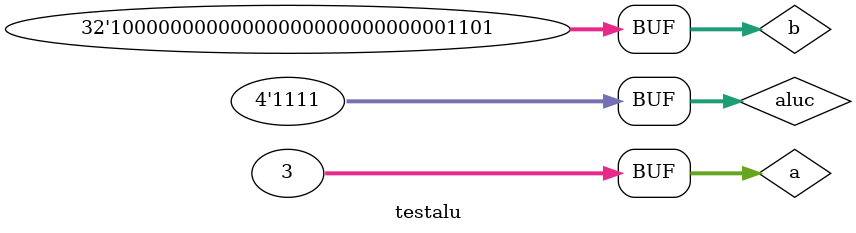
<source format=v>
`timescale 1ns/1ns
module testalu;
  reg [31:0] a,b;
  reg [3:0] aluc;
   wire [31:0] s;
   wire        z;

   initial
   begin
     a = 32'b00000000000000000000000000000011;
     b = 32'b10000000000000000000000000001101;
     aluc = 4'b1111;
   end   
   alu test_alu(a,b,aluc,s,z);
   
endmodule

</source>
